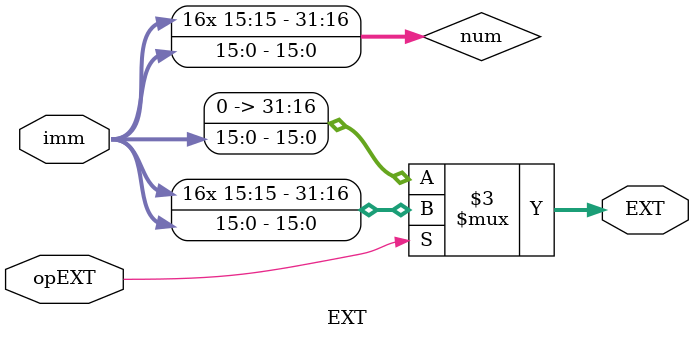
<source format=v>
`timescale 1ns / 1ps
module EXT(
	input [15:0] imm,
	input opEXT,
	output [31:0] EXT
    );
	wire [31:0] num;
	assign num = $signed(imm);
	assign EXT = (opEXT == 1'b0) ? imm : num;
	
endmodule

</source>
